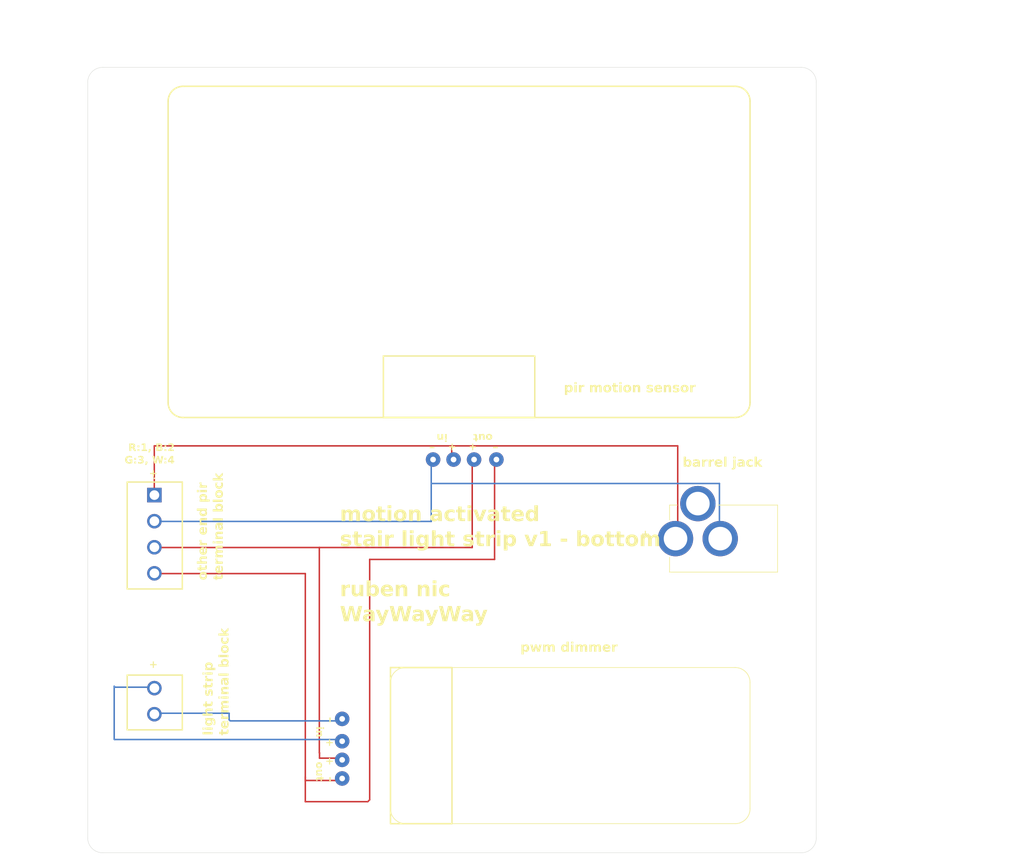
<source format=kicad_pcb>
(kicad_pcb (version 20240108) (generator "pcbnew") (generator_version "8.0")
  (layers (0 "F.Cu" signal) (31 "B.Cu" signal) (34 "B.Paste" user) (35 "F.Paste" user) (36 "B.SilkS" user "B.Silkscreen") (37 "F.SilkS" user "F.Silkscreen") (38 "B.Mask" user) (39 "F.Mask" user) (44 "Edge.Cuts" user))
  (net 0 "")
  (net 1 "Net-(pir-motion-sensor1-Pin_1)")
  (net 2 "Net-(pir-motion-sensor1-Pin_2)")
  (net 3 "Net-(pir-motion-sensor1-Pin_4)")
  (net 4 "Net-(pir-motion-sensor1-Pin_3)")
  (net 6 "Net-(pwm-dimmer1-Pin_4)")
  (net 7 "Net-(pwm-dimmer1-Pin_3)")
  (footprint "Connector:4_through_holes" (layer "F.Cu") (at 200.194 85.8335 180)
    (property "Reference" "pir-motion-sensor1" (hide yes))
    (property "Value" "Conn_01x04_Socket" (hide yes))
    (fp_text user "-" (at 4.5 -2.7 180) (layer "F.SilkS") (effects (font (size 1 1.5) (thickness 0.2) (bold yes)) (justify left bottom)))
    (fp_text user "out" (at -3.2 -1.3 180) (layer "F.SilkS") (effects (font (thickness 0.2) (bold yes)) (justify left bottom)))
    (fp_text user "+" (at -1.1 -2.6 180) (layer "F.SilkS") (effects (font (thickness 0.2) (bold yes)) (justify left bottom)))
    (fp_text user "-" (at -4 -2.7 180) (layer "F.SilkS") (effects (font (size 1 1.5) (thickness 0.2) (bold yes)) (justify left bottom)))
    (fp_text user "+" (at 1.65 -2.6 180) (layer "F.SilkS") (effects (font (thickness 0.2) (bold yes)) (justify left bottom)))
    (fp_text user "in" (at 2.85 -1.3 180) (layer "F.SilkS") (effects (font (thickness 0.2) (bold yes)) (justify left bottom)))
    (pad "1" thru_hole circle (at -3.7 -4.9 180) (size 1.95 1.95) (drill 0.762) (layers "*.Cu" "*.Mask") (net 1 "Net-(pir-motion-sensor1-Pin_1)"))
    (pad "2" thru_hole circle (at -0.7 -4.9 180) (size 1.95 1.95) (drill 0.762) (layers "*.Cu" "*.Mask") (net 2 "Net-(pir-motion-sensor1-Pin_2)"))
    (pad "3" thru_hole circle (at 2.05 -4.9 180) (size 1.95 1.95) (drill 0.762) (layers "*.Cu" "*.Mask") (net 4 "Net-(pir-motion-sensor1-Pin_3)"))
    (pad "4" thru_hole circle (at 4.8 -4.9 180) (size 1.95 1.95) (drill 0.762) (layers "*.Cu" "*.Mask") (net 3 "Net-(pir-motion-sensor1-Pin_4)"))
  )
  (footprint "MountingHole:MountingHole_2.2mm_M2" (layer "F.Cu") (at 153.416 41.148)
    (property "Reference" "MH4" (hide yes))
    (property "Value" "MountingHole_2.2mm_M2")
    (pad "" np_thru_hole circle (at 0 0) (size 2.2 2.2) (drill 2.2) (layers "*.Cu" "*.Mask"))
  )
  (footprint "footprints:EBWA04A" (layer "F.Cu") (at 157.988 95.504 -90)
    (property "Reference" "pir terminal block" (hide yes))
    (property "Value" "EBWA-04-A" (hide yes))
    (fp_line (start -1.75 3.65) (end -1.75 -3.75) (stroke (width 0.2)) (layer "F.SilkS"))
    (fp_line (start 12.6 3.65) (end -1.75 3.65) (stroke (width 0.2)) (layer "F.SilkS"))
    (fp_line (start -2.3 0) (end -2.3 0) (stroke (width 0.1)) (layer "F.SilkS"))
    (fp_line (start -2.2 0) (end -2.2 0) (stroke (width 0.1)) (layer "F.SilkS"))
    (fp_line (start -1.75 -3.75) (end 12.6 -3.75) (stroke (width 0.2)) (layer "F.SilkS"))
    (fp_line (start 12.6 -3.75) (end 12.6 3.65) (stroke (width 0.2)) (layer "F.SilkS"))
    (fp_arc (start -2.3 0) (mid -2.25 -0.05) (end -2.2 0) (stroke (width 0.1)) (layer "F.SilkS"))
    (fp_arc (start -2.2 0) (mid -2.25 0.05) (end -2.3 0) (stroke (width 0.1)) (layer "F.SilkS"))
    (pad "1" thru_hole rect (at 0 0 270) (size 1.95 1.95) (drill 1.3) (layers "*.Cu" "*.Mask") (net 4 "Net-(pir-motion-sensor1-Pin_3)"))
    (pad "2" thru_hole circle (at 3.5 0 270) (size 1.95 1.95) (drill 1.3) (layers "*.Cu" "*.Mask") (net 3 "Net-(pir-motion-sensor1-Pin_4)"))
    (pad "3" thru_hole circle (at 7 0 270) (size 1.95 1.95) (drill 1.3) (layers "*.Cu" "*.Mask") (net 2 "Net-(pir-motion-sensor1-Pin_2)"))
    (pad "4" thru_hole circle (at 10.5 0 270) (size 1.95 1.95) (drill 1.3) (layers "*.Cu" "*.Mask") (net 1 "Net-(pir-motion-sensor1-Pin_1)"))
  )
  (footprint "MountingHole:MountingHole_2.2mm_M2" (layer "F.Cu") (at 242.316 140.208)
    (property "Reference" "MH2" (hide yes))
    (property "Value" "MountingHole_2.2mm_M2")
    (pad "" np_thru_hole circle (at 0 0) (size 2.2 2.2) (drill 2.2) (layers "F&B.Cu" "*.Mask"))
  )
  (footprint "footprints:PRT00119" (layer "F.Cu") (at 233.598 100.06)
    (property "Reference" "barrel jack" (at 0.635 -8.89 360) (layer "F.SilkS") (effects (font (size 1.27 1.27) (thickness 0.254) (bold yes))))
    (property "Value" "PRT-00119" (hide yes))
    (fp_line (start -6.464 -3.214) (end -5.464 -3.214) (stroke (width 0.1)) (layer "F.SilkS"))
    (fp_line (start -6.464 -1.214) (end -6.464 -3.214) (stroke (width 0.1)) (layer "F.SilkS"))
    (fp_line (start -6.464 3.786) (end -6.464 5.786) (stroke (width 0.1)) (layer "F.SilkS"))
    (fp_line (start -6.464 5.786) (end 8.036 5.786) (stroke (width 0.1)) (layer "F.SilkS"))
    (fp_line (start 8.036 -3.214) (end 0.036 -3.214) (stroke (width 0.1)) (layer "F.SilkS"))
    (fp_line (start 8.036 5.786) (end 8.036 -3.214) (stroke (width 0.1)) (layer "F.SilkS"))
    (pad "1" thru_hole circle (at -5.664 1.286) (size 4.743 4.743) (drill 3.1623) (layers "*.Cu" "*.Mask") (net 4 "Net-(pir-motion-sensor1-Pin_3)"))
    (pad "2" thru_hole circle (at 0.336 1.286) (size 4.743 4.743) (drill 3.1623) (layers "*.Cu" "*.Mask") (net 3 "Net-(pir-motion-sensor1-Pin_4)"))
    (pad "3" thru_hole circle (at -2.664 -3.414) (size 4.743 4.743) (drill 3.1623) (layers "*.Cu" "*.Mask"))
  )
  (footprint "MountingHole:MountingHole_2.2mm_M2" (layer "F.Cu") (at 242.951 41.148)
    (property "Reference" "MH1" (hide yes))
    (property "Value" "MountingHole_2.2mm_M2")
    (pad "" np_thru_hole circle (at 0 0) (size 2.2 2.2) (drill 2.2) (layers "F&B.Cu" "*.Mask"))
  )
  (footprint "Connector:4_through_holes" (layer "F.Cu") (at 178.2895 129.24 -90)
    (property "Reference" "pwm-dimmer1" (hide yes))
    (property "Value" "Conn_01x04_Socket" (hide yes))
    (fp_text user "-" (at -4 -2.7 -90) (layer "F.SilkS") (effects (font (size 1 1.5) (thickness 0.2) (bold yes)) (justify left bottom)))
    (fp_text user "out" (at 2.05 -1.25 -90) (layer "F.SilkS") (effects (font (thickness 0.2) (bold yes)) (justify left bottom)))
    (fp_text user "+" (at 1.4 -2.6 -90) (layer "F.SilkS") (effects (font (thickness 0.2) (bold yes)) (justify left bottom)))
    (fp_text user "+" (at -1.1 -2.6 -90) (layer "F.SilkS") (effects (font (thickness 0.2) (bold yes)) (justify left bottom)))
    (fp_text user "in" (at -2.7 -1.25 -90) (layer "F.SilkS") (effects (font (thickness 0.2) (bold yes)) (justify left bottom)))
    (fp_text user "-" (at 4 -2.7 -90) (layer "F.SilkS") (effects (font (size 1 1.5) (thickness 0.2) (bold yes)) (justify left bottom)))
    (pad "1" thru_hole circle (at -3.7 -4.9 270) (size 1.95 1.95) (drill 0.762) (layers "*.Cu" "*.Mask") (net 1 "Net-(pir-motion-sensor1-Pin_1)"))
    (pad "2" thru_hole circle (at -0.7 -4.9 270) (size 1.95 1.95) (drill 0.762) (layers "*.Cu" "*.Mask") (net 2 "Net-(pir-motion-sensor1-Pin_2)"))
    (pad "3" thru_hole circle (at 1.8 -4.9 270) (size 1.95 1.95) (drill 0.762) (layers "*.Cu" "*.Mask") (net 7 "Net-(pwm-dimmer1-Pin_3)"))
    (pad "4" thru_hole circle (at 4.3 -4.9 270) (size 1.95 1.95) (drill 0.762) (layers "*.Cu" "*.Mask") (net 6 "Net-(pwm-dimmer1-Pin_4)"))
  )
  (footprint "footprints:EBWA02A" (layer "F.Cu") (at 157.988 121.412 -90)
    (property "Reference" "light strip terminal block" (hide yes))
    (property "Value" "EBWA-02-A" (hide yes))
    (fp_line (start -1.75 3.65) (end -1.75 -3.75) (stroke (width 0.2)) (layer "F.SilkS"))
    (fp_line (start 5.6 3.65) (end -1.75 3.65) (stroke (width 0.2)) (layer "F.SilkS"))
    (fp_line (start -1.75 -3.75) (end 5.6 -3.75) (stroke (width 0.2)) (layer "F.SilkS"))
    (fp_line (start 5.6 -3.75) (end 5.6 3.65) (stroke (width 0.2)) (layer "F.SilkS"))
    (pad "1" thru_hole circle (at 0 0 270) (size 1.95 1.95) (drill 1.3) (layers "*.Cu" "*.Mask") (net 7 "Net-(pwm-dimmer1-Pin_3)"))
    (pad "2" thru_hole circle (at 3.5 0 270) (size 1.95 1.95) (drill 1.3) (layers "*.Cu" "*.Mask") (net 6 "Net-(pwm-dimmer1-Pin_4)"))
  )
  (footprint "MountingHole:MountingHole_2.2mm_M2" (layer "F.Cu") (at 153.416 140.208)
    (property "Reference" "MH3" (hide yes))
    (property "Value" "MountingHole_2.2mm_M2")
    (pad "" np_thru_hole circle (at 0 0) (size 2.2 2.2) (drill 2.2) (layers "F&B.Cu" "*.Mask"))
  )
  (gr_rect (start 209.044102 76.835) (end 188.724102 85.09) (stroke (width 0.2)) (fill none) (layer "F.SilkS"))
  (gr_arc (start 191.676602 139.605) (mid 190.262387 139.019214) (end 189.676602 137.605) (stroke (width 0.1)) (layer "F.SilkS"))
  (gr_arc (start 159.831602 42.64) (mid 160.417389 41.225787) (end 161.831602 40.64) (stroke (width 0.2)) (layer "F.SilkS"))
  (gr_arc (start 237.936602 83.09) (mid 237.350816 84.504214) (end 235.936602 85.09) (stroke (width 0.2)) (layer "F.SilkS"))
  (gr_rect (start 197.931602 118.65) (end 189.676602 139.605) (stroke (width 0.2)) (fill none) (layer "F.SilkS"))
  (gr_line (start 235.936602 118.65) (end 191.676602 118.65) (stroke (width 0.1)) (layer "F.SilkS"))
  (gr_line (start 189.676602 120.65) (end 189.676602 137.605) (stroke (width 0.1)) (layer "F.SilkS"))
  (gr_line (start 237.936602 83.09) (end 237.936602 42.64) (stroke (width 0.2)) (layer "F.SilkS"))
  (gr_arc (start 235.936602 118.65) (mid 237.350814 119.235787) (end 237.936602 120.65) (stroke (width 0.1)) (layer "F.SilkS"))
  (gr_line (start 237.936602 137.605) (end 237.936602 120.65) (stroke (width 0.1)) (layer "F.SilkS"))
  (gr_line (start 161.831602 85.09) (end 235.936602 85.09) (stroke (width 0.2)) (layer "F.SilkS"))
  (gr_arc (start 161.831602 85.09) (mid 160.417387 84.504214) (end 159.831602 83.09) (stroke (width 0.2)) (layer "F.SilkS"))
  (gr_arc (start 189.676602 120.65) (mid 190.262389 119.235787) (end 191.676602 118.65) (stroke (width 0.1)) (layer "F.SilkS"))
  (gr_line (start 235.936602 40.64) (end 161.831602 40.64) (stroke (width 0.2)) (layer "F.SilkS"))
  (gr_arc (start 237.936602 137.605) (mid 237.350816 139.019214) (end 235.936602 139.605) (stroke (width 0.1)) (layer "F.SilkS"))
  (gr_line (start 159.831602 42.64) (end 159.831602 83.09) (stroke (width 0.2)) (layer "F.SilkS"))
  (gr_line (start 191.676602 139.605) (end 235.936602 139.605) (stroke (width 0.1)) (layer "F.SilkS"))
  (gr_arc (start 235.936602 40.64) (mid 237.350814 41.225787) (end 237.936602 42.64) (stroke (width 0.2)) (layer "F.SilkS"))
  (gr_line (start 244.826602 38.1) (end 151.036602 38.1) (stroke (width 0.05)) (layer "Edge.Cuts"))
  (gr_arc (start 151.036602 143.51) (mid 149.622387 142.924214) (end 149.036602 141.51) (stroke (width 0.05)) (layer "Edge.Cuts"))
  (gr_arc (start 244.826602 38.1) (mid 246.240814 38.685787) (end 246.826602 40.1) (stroke (width 0.05)) (layer "Edge.Cuts"))
  (gr_arc (start 246.826602 141.51) (mid 246.240816 142.924214) (end 244.826602 143.51) (stroke (width 0.05)) (layer "Edge.Cuts"))
  (gr_line (start 151.036602 143.51) (end 244.826602 143.51) (stroke (width 0.05)) (layer "Edge.Cuts"))
  (gr_line (start 246.826602 141.51) (end 246.826602 40.1) (stroke (width 0.05)) (layer "Edge.Cuts"))
  (gr_line (start 149.036602 40.1) (end 149.036602 141.51) (stroke (width 0.05)) (layer "Edge.Cuts"))
  (gr_arc (start 149.036602 40.1) (mid 149.622389 38.685787) (end 151.036602 38.1) (stroke (width 0.05)) (layer "Edge.Cuts"))
  (gr_text "+" (at 224.474602 101.346 0) (layer "F.SilkS") (effects (font (size 1 1) (thickness 0.2) (bold yes)) (justify right bottom)))
  (gr_text "R:1, B:2\nG:3, W:4" (at 160.720602 91.44 0) (layer "F.SilkS") (effects (font (size 1 1) (thickness 0.2) (bold yes)) (justify right bottom)))
  (gr_text "+" (at 158.434602 118.872 0) (layer "F.SilkS") (effects (font (size 1 1) (thickness 0.2) (bold yes)) (justify right bottom)))
  (gr_text "light strip\nterminal block" (at 168.148 127.762 90) (layer "F.SilkS") (effects (font (size 1.27 1.27) (thickness 0.3) (bold yes)) (justify left bottom)))
  (gr_text "+" (at 158.434602 93.218 0) (layer "F.SilkS") (effects (font (size 1 1) (thickness 0.2) (bold yes)) (justify right bottom)))
  (gr_text "other end pir\nterminal block" (at 167.386 106.934 90) (layer "F.SilkS") (effects (font (size 1.27 1.27) (thickness 0.3) (bold yes)) (justify left bottom)))
  (gr_text "pir motion sensor" (at 230.634102 81.915 0) (layer "F.SilkS") (effects (font (size 1.27 1.27) (thickness 0.254) (bold yes)) (justify right bottom)))
  (gr_text "pwm dimmer" (at 220.156602 116.745 0) (layer "F.SilkS") (effects (font (size 1.27 1.27) (thickness 0.254) (bold yes)) (justify right bottom)))
  (gr_text "motion activated \nstair light strip v1 - bottom\n\nruben nic\nWayWayWay" (at 182.88 112.776 0) (layer "F.SilkS") (effects (font (size 2 2) (thickness 0.2) (bold yes)) (justify left bottom)))
  (segment (start 178.246602 133.858) (end 178.246602 133.35) (width 0.2) (layer "F.Cu") (net 3))
  (segment (start 186.882602 104.14) (end 203.646602 104.14) (width 0.2) (layer "F.Cu") (net 3))
  (segment (start 183.326602 133.81) (end 178.294602 133.81) (width 0.2) (layer "F.Cu") (net 3))
  (segment (start 186.628602 136.652) (end 186.882602 136.398) (width 0.2) (layer "F.Cu") (net 3))
  (segment (start 178.246602 136.652) (end 186.628602 136.652) (width 0.2) (layer "F.Cu") (net 3))
  (segment (start 178.246602 133.35) (end 178.246602 106.04) (width 0.2) (layer "F.Cu") (net 3))
  (segment (start 178.246602 106.04) (end 157.976602 106.04) (width 0.2) (layer "F.Cu") (net 3))
  (segment (start 178.246602 133.35) (end 178.246602 136.652) (width 0.2) (layer "F.Cu") (net 3))
  (segment (start 203.646602 104.14) (end 203.646602 91.44) (width 0.2) (layer "F.Cu") (net 3))
  (segment (start 178.294602 133.81) (end 178.246602 133.858) (width 0.2) (layer "F.Cu") (net 3))
  (segment (start 186.882602 136.398) (end 186.882602 104.14) (width 0.2) (layer "F.Cu") (net 3))
  (segment (start 233.827602 93.9484) (end 233.827602 100.544) (width 0.2) (layer "B.Cu") (net 3))
  (segment (start 195.146602 93.9484) (end 233.827602 93.9484) (width 0.2) (layer "B.Cu") (net 3))
  (segment (start 195.146602 99.04) (end 195.146602 93.9484) (width 0.2) (layer "B.Cu") (net 3))
  (segment (start 157.976602 99.04) (end 195.146602 99.04) (width 0.2) (layer "B.Cu") (net 3))
  (segment (start 195.146602 91.44) (end 195.146602 93.9484) (width 0.2) (layer "B.Cu") (net 3))
  (segment (start 180.151602 130.81) (end 180.151602 130.104) (width 0.2) (layer "F.Cu") (net 4))
  (segment (start 197.896602 90.1633) (end 197.896602 88.9) (width 0.2) (layer "F.Cu") (net 4))
  (segment (start 180.151602 130.104) (end 180.127602 130.08) (width 0.2) (layer "F.Cu") (net 4))
  (segment (start 200.646602 102.54) (end 200.646602 91.44) (width 0.2) (layer "F.Cu") (net 4))
  (segment (start 157.976602 102.54) (end 180.127602 102.54) (width 0.2) (layer "F.Cu") (net 4))
  (segment (start 183.326602 130.81) (end 180.151602 130.81) (width 0.2) (layer "F.Cu") (net 4))
  (segment (start 228.227602 101.052398) (end 227.934 101.346) (width 0.2) (layer "F.Cu") (net 4))
  (segment (start 180.127602 102.54) (end 200.646602 102.54) (width 0.2) (layer "F.Cu") (net 4))
  (segment (start 197.896602 88.9) (end 157.976602 88.9) (width 0.2) (layer "F.Cu") (net 4))
  (segment (start 228.227602 88.9) (end 228.227602 101.052398) (width 0.2) (layer "F.Cu") (net 4))
  (segment (start 157.976602 88.9) (end 157.976602 95.54) (width 0.2) (layer "F.Cu") (net 4))
  (segment (start 180.127602 102.54) (end 180.127602 130.08) (width 0.2) (layer "F.Cu") (net 4))
  (segment (start 197.896602 90.1633) (end 197.896602 91.44) (width 0.2) (layer "F.Cu") (net 4))
  (segment (start 197.896602 88.9) (end 228.227602 88.9) (width 0.2) (layer "F.Cu") (net 4))
  (segment (start 183.326602 125.81) (end 168.166602 125.81) (width 0.2) (layer "B.Cu") (net 6))
  (segment (start 157.926602 124.785) (end 168.015602 124.785) (width 0.2) (layer "B.Cu") (net 6))
  (segment (start 168.166602 125.81) (end 168.015602 125.659) (width 0.2) (layer "B.Cu") (net 6))
  (segment (start 158.221602 125.08) (end 157.926602 124.785) (width 0.2) (layer "B.Cu") (net 6))
  (segment (start 168.015602 125.659) (end 168.015602 124.785) (width 0.2) (layer "B.Cu") (net 6))
  (segment (start 152.719602 121.285) (end 152.592602 121.158) (width 0.2) (layer "B.Cu") (net 7))
  (segment (start 157.926602 121.285) (end 152.719602 121.285) (width 0.2) (layer "B.Cu") (net 7))
  (segment (start 152.632602 128.31) (end 152.592602 128.27) (width 0.2) (layer "B.Cu") (net 7))
  (segment (start 183.326602 128.31) (end 152.632602 128.31) (width 0.2) (layer "B.Cu") (net 7))
  (segment (start 152.592602 121.158) (end 152.592602 128.27) (width 0.2) (layer "B.Cu") (net 7))
)
</source>
